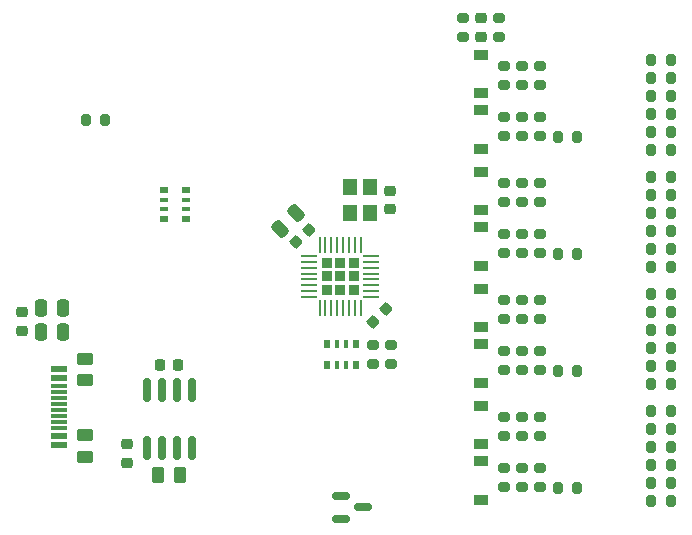
<source format=gbp>
G04 #@! TF.GenerationSoftware,KiCad,Pcbnew,(6.0.11)*
G04 #@! TF.CreationDate,2023-05-24T19:33:27+02:00*
G04 #@! TF.ProjectId,an2can,616e3263-616e-42e6-9b69-6361645f7063,V0*
G04 #@! TF.SameCoordinates,Original*
G04 #@! TF.FileFunction,Paste,Bot*
G04 #@! TF.FilePolarity,Positive*
%FSLAX46Y46*%
G04 Gerber Fmt 4.6, Leading zero omitted, Abs format (unit mm)*
G04 Created by KiCad (PCBNEW (6.0.11)) date 2023-05-24 19:33:27*
%MOMM*%
%LPD*%
G01*
G04 APERTURE LIST*
G04 Aperture macros list*
%AMRoundRect*
0 Rectangle with rounded corners*
0 $1 Rounding radius*
0 $2 $3 $4 $5 $6 $7 $8 $9 X,Y pos of 4 corners*
0 Add a 4 corners polygon primitive as box body*
4,1,4,$2,$3,$4,$5,$6,$7,$8,$9,$2,$3,0*
0 Add four circle primitives for the rounded corners*
1,1,$1+$1,$2,$3*
1,1,$1+$1,$4,$5*
1,1,$1+$1,$6,$7*
1,1,$1+$1,$8,$9*
0 Add four rect primitives between the rounded corners*
20,1,$1+$1,$2,$3,$4,$5,0*
20,1,$1+$1,$4,$5,$6,$7,0*
20,1,$1+$1,$6,$7,$8,$9,0*
20,1,$1+$1,$8,$9,$2,$3,0*%
G04 Aperture macros list end*
%ADD10RoundRect,0.200000X-0.200000X-0.275000X0.200000X-0.275000X0.200000X0.275000X-0.200000X0.275000X0*%
%ADD11RoundRect,0.200000X-0.275000X0.200000X-0.275000X-0.200000X0.275000X-0.200000X0.275000X0.200000X0*%
%ADD12RoundRect,0.232500X-0.232500X0.232500X-0.232500X-0.232500X0.232500X-0.232500X0.232500X0.232500X0*%
%ADD13RoundRect,0.062500X-0.062500X0.588500X-0.062500X-0.588500X0.062500X-0.588500X0.062500X0.588500X0*%
%ADD14RoundRect,0.062500X-0.588500X0.062500X-0.588500X-0.062500X0.588500X-0.062500X0.588500X0.062500X0*%
%ADD15R,1.200000X0.900000*%
%ADD16RoundRect,0.200000X0.200000X0.275000X-0.200000X0.275000X-0.200000X-0.275000X0.200000X-0.275000X0*%
%ADD17RoundRect,0.225000X-0.250000X0.225000X-0.250000X-0.225000X0.250000X-0.225000X0.250000X0.225000X0*%
%ADD18R,1.200000X1.400000*%
%ADD19R,0.500000X0.800000*%
%ADD20R,0.400000X0.800000*%
%ADD21RoundRect,0.225000X-0.017678X0.335876X-0.335876X0.017678X0.017678X-0.335876X0.335876X-0.017678X0*%
%ADD22RoundRect,0.250000X0.262500X0.450000X-0.262500X0.450000X-0.262500X-0.450000X0.262500X-0.450000X0*%
%ADD23RoundRect,0.200000X0.275000X-0.200000X0.275000X0.200000X-0.275000X0.200000X-0.275000X-0.200000X0*%
%ADD24RoundRect,0.225000X0.017678X-0.335876X0.335876X-0.017678X-0.017678X0.335876X-0.335876X0.017678X0*%
%ADD25RoundRect,0.150000X-0.150000X0.825000X-0.150000X-0.825000X0.150000X-0.825000X0.150000X0.825000X0*%
%ADD26RoundRect,0.250000X-0.450000X0.262500X-0.450000X-0.262500X0.450000X-0.262500X0.450000X0.262500X0*%
%ADD27RoundRect,0.250000X-0.159099X0.512652X-0.512652X0.159099X0.159099X-0.512652X0.512652X-0.159099X0*%
%ADD28R,1.450000X0.600000*%
%ADD29R,1.450000X0.300000*%
%ADD30RoundRect,0.225000X0.250000X-0.225000X0.250000X0.225000X-0.250000X0.225000X-0.250000X-0.225000X0*%
%ADD31RoundRect,0.225000X0.225000X0.250000X-0.225000X0.250000X-0.225000X-0.250000X0.225000X-0.250000X0*%
%ADD32RoundRect,0.150000X-0.587500X-0.150000X0.587500X-0.150000X0.587500X0.150000X-0.587500X0.150000X0*%
%ADD33RoundRect,0.250000X-0.250000X-0.475000X0.250000X-0.475000X0.250000X0.475000X-0.250000X0.475000X0*%
%ADD34R,0.800000X0.500000*%
%ADD35R,0.800000X0.400000*%
%ADD36RoundRect,0.218750X0.256250X-0.218750X0.256250X0.218750X-0.256250X0.218750X-0.256250X-0.218750X0*%
%ADD37RoundRect,0.250000X0.450000X-0.262500X0.450000X0.262500X-0.450000X0.262500X-0.450000X-0.262500X0*%
G04 APERTURE END LIST*
D10*
X120714000Y-73660000D03*
X122364000Y-73660000D03*
D11*
X108204000Y-72581000D03*
X108204000Y-74231000D03*
D10*
X120714000Y-106426000D03*
X122364000Y-106426000D03*
D12*
X93218000Y-89274000D03*
X95518000Y-89274000D03*
X95518000Y-91574000D03*
X93218000Y-90424000D03*
X94368000Y-89274000D03*
X93218000Y-91574000D03*
X95518000Y-90424000D03*
X94368000Y-91574000D03*
X94368000Y-90424000D03*
D13*
X92618000Y-87773000D03*
X93118000Y-87773000D03*
X93618000Y-87773000D03*
X94118000Y-87773000D03*
X94618000Y-87773000D03*
X95118000Y-87773000D03*
X95618000Y-87773000D03*
X96118000Y-87773000D03*
D14*
X97019000Y-88674000D03*
X97019000Y-89174000D03*
X97019000Y-89674000D03*
X97019000Y-90174000D03*
X97019000Y-90674000D03*
X97019000Y-91174000D03*
X97019000Y-91674000D03*
X97019000Y-92174000D03*
D13*
X96118000Y-93075000D03*
X95618000Y-93075000D03*
X95118000Y-93075000D03*
X94618000Y-93075000D03*
X94118000Y-93075000D03*
X93618000Y-93075000D03*
X93118000Y-93075000D03*
X92618000Y-93075000D03*
D14*
X91717000Y-92174000D03*
X91717000Y-91674000D03*
X91717000Y-91174000D03*
X91717000Y-90674000D03*
X91717000Y-90174000D03*
X91717000Y-89674000D03*
X91717000Y-89174000D03*
X91717000Y-88674000D03*
D15*
X106299000Y-94741000D03*
X106299000Y-91441000D03*
D11*
X109728000Y-86805000D03*
X109728000Y-88455000D03*
D16*
X122364000Y-94996000D03*
X120714000Y-94996000D03*
D17*
X76327000Y-104635000D03*
X76327000Y-106185000D03*
D18*
X96862000Y-82847000D03*
X96862000Y-85047000D03*
X95162000Y-85047000D03*
X95162000Y-82847000D03*
D19*
X95688000Y-97928000D03*
D20*
X94888000Y-97928000D03*
X94088000Y-97928000D03*
D19*
X93288000Y-97928000D03*
X93288000Y-96128000D03*
D20*
X94088000Y-96128000D03*
X94888000Y-96128000D03*
D19*
X95688000Y-96128000D03*
D15*
X106299000Y-104647000D03*
X106299000Y-101347000D03*
D21*
X91734008Y-86446992D03*
X90637992Y-87543008D03*
D16*
X122364000Y-85090000D03*
X120714000Y-85090000D03*
D11*
X109728000Y-96711000D03*
X109728000Y-98361000D03*
D16*
X122364000Y-104902000D03*
X120714000Y-104902000D03*
D22*
X80795500Y-107201000D03*
X78970500Y-107201000D03*
D10*
X120714000Y-98044000D03*
X122364000Y-98044000D03*
D11*
X108204000Y-92393000D03*
X108204000Y-94043000D03*
D16*
X122364000Y-79756000D03*
X120714000Y-79756000D03*
D23*
X109728000Y-103949000D03*
X109728000Y-102299000D03*
D11*
X111252000Y-92393000D03*
X111252000Y-94043000D03*
D16*
X122364000Y-109474000D03*
X120714000Y-109474000D03*
D11*
X111252000Y-72581000D03*
X111252000Y-74231000D03*
D16*
X122364000Y-75184000D03*
X120714000Y-75184000D03*
D24*
X97114992Y-94274008D03*
X98211008Y-93177992D03*
D25*
X77978000Y-100027000D03*
X79248000Y-100027000D03*
X80518000Y-100027000D03*
X81788000Y-100027000D03*
X81788000Y-104977000D03*
X80518000Y-104977000D03*
X79248000Y-104977000D03*
X77978000Y-104977000D03*
D16*
X122364000Y-99568000D03*
X120714000Y-99568000D03*
X122364000Y-101854000D03*
X120714000Y-101854000D03*
D10*
X112810404Y-98432040D03*
X114460404Y-98432040D03*
D23*
X111252000Y-78549000D03*
X111252000Y-76899000D03*
D11*
X109728000Y-106617000D03*
X109728000Y-108267000D03*
X108204000Y-106617000D03*
X108204000Y-108267000D03*
D26*
X72771000Y-103862500D03*
X72771000Y-105687500D03*
D11*
X111252000Y-102299000D03*
X111252000Y-103949000D03*
D23*
X109728000Y-84137000D03*
X109728000Y-82487000D03*
D10*
X72835000Y-77216000D03*
X74485000Y-77216000D03*
X120714000Y-103378000D03*
X122364000Y-103378000D03*
X120714000Y-93472000D03*
X122364000Y-93472000D03*
X112810404Y-78620040D03*
X114460404Y-78620040D03*
D27*
X90587751Y-85053249D03*
X89244249Y-86396751D03*
D11*
X111252000Y-82487000D03*
X111252000Y-84137000D03*
D28*
X70541000Y-104723000D03*
X70541000Y-103923000D03*
D29*
X70541000Y-102723000D03*
X70541000Y-101723000D03*
X70541000Y-101223000D03*
X70541000Y-100223000D03*
D28*
X70541000Y-99023000D03*
X70541000Y-98223000D03*
X70541000Y-98223000D03*
X70541000Y-99023000D03*
D29*
X70541000Y-99723000D03*
X70541000Y-100723000D03*
X70541000Y-102223000D03*
X70541000Y-103223000D03*
D28*
X70541000Y-103923000D03*
X70541000Y-104723000D03*
D16*
X122364000Y-82042000D03*
X120714000Y-82042000D03*
X122364000Y-89662000D03*
X120714000Y-89662000D03*
D17*
X98552000Y-83172000D03*
X98552000Y-84722000D03*
D15*
X106299000Y-84835000D03*
X106299000Y-81535000D03*
D10*
X120714000Y-86614000D03*
X122364000Y-86614000D03*
D23*
X109728000Y-94043000D03*
X109728000Y-92393000D03*
D10*
X120714000Y-76708000D03*
X122364000Y-76708000D03*
D11*
X108204000Y-102299000D03*
X108204000Y-103949000D03*
X109728000Y-76899000D03*
X109728000Y-78549000D03*
D10*
X120714000Y-96520000D03*
X122364000Y-96520000D03*
D15*
X106299000Y-106046000D03*
X106299000Y-109346000D03*
D11*
X108204000Y-96711000D03*
X108204000Y-98361000D03*
D23*
X111252000Y-98361000D03*
X111252000Y-96711000D03*
D11*
X108204000Y-82487000D03*
X108204000Y-84137000D03*
X108204000Y-86805000D03*
X108204000Y-88455000D03*
D30*
X106299000Y-70117000D03*
X106299000Y-68567000D03*
D11*
X98679000Y-96203000D03*
X98679000Y-97853000D03*
D23*
X111252000Y-108267000D03*
X111252000Y-106617000D03*
X104775000Y-70167000D03*
X104775000Y-68517000D03*
D31*
X80658000Y-97930000D03*
X79108000Y-97930000D03*
D32*
X94439500Y-110932000D03*
X94439500Y-109032000D03*
X96314500Y-109982000D03*
D15*
X106299000Y-96140000D03*
X106299000Y-99440000D03*
D33*
X69027000Y-95123000D03*
X70927000Y-95123000D03*
D15*
X106299000Y-76328000D03*
X106299000Y-79628000D03*
D23*
X111252000Y-88455000D03*
X111252000Y-86805000D03*
D11*
X107823000Y-68517000D03*
X107823000Y-70167000D03*
D10*
X112810404Y-108338040D03*
X114460404Y-108338040D03*
X120714000Y-83566000D03*
X122364000Y-83566000D03*
D33*
X69027000Y-93091000D03*
X70927000Y-93091000D03*
D11*
X97155000Y-96203000D03*
X97155000Y-97853000D03*
D15*
X106299000Y-86234000D03*
X106299000Y-89534000D03*
D10*
X120714000Y-107950000D03*
X122364000Y-107950000D03*
D34*
X81291000Y-83128000D03*
D35*
X81291000Y-83928000D03*
X81291000Y-84728000D03*
D34*
X81291000Y-85528000D03*
X79491000Y-85528000D03*
D35*
X79491000Y-84728000D03*
X79491000Y-83928000D03*
D34*
X79491000Y-83128000D03*
D15*
X106299000Y-74929000D03*
X106299000Y-71629000D03*
D23*
X109728000Y-74231000D03*
X109728000Y-72581000D03*
D16*
X122364000Y-91948000D03*
X120714000Y-91948000D03*
D11*
X108204000Y-76899000D03*
X108204000Y-78549000D03*
D10*
X120714000Y-78232000D03*
X122364000Y-78232000D03*
D36*
X67437000Y-95021500D03*
X67437000Y-93446500D03*
D10*
X120714000Y-88138000D03*
X122364000Y-88138000D03*
D16*
X122364000Y-72136000D03*
X120714000Y-72136000D03*
D37*
X72771000Y-99210500D03*
X72771000Y-97385500D03*
D10*
X112810404Y-88526040D03*
X114460404Y-88526040D03*
M02*

</source>
